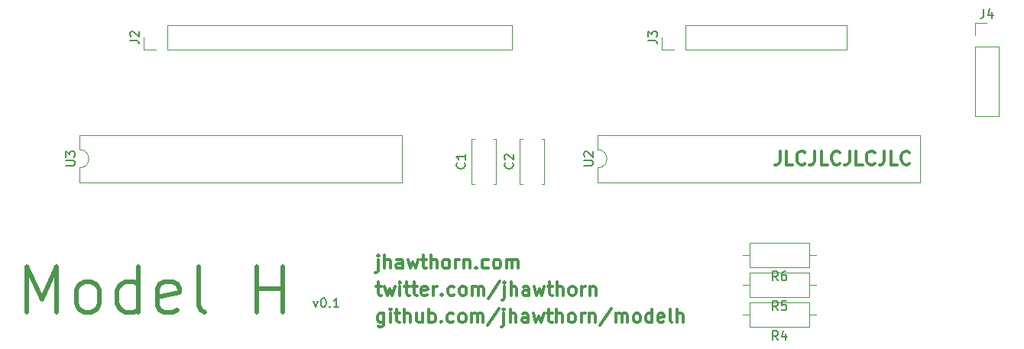
<source format=gbr>
G04 #@! TF.GenerationSoftware,KiCad,Pcbnew,(5.1.5-0-10_14)*
G04 #@! TF.CreationDate,2020-04-26T22:29:08-07:00*
G04 #@! TF.ProjectId,modelm,6d6f6465-6c6d-42e6-9b69-6361645f7063,v0.1*
G04 #@! TF.SameCoordinates,Original*
G04 #@! TF.FileFunction,Legend,Top*
G04 #@! TF.FilePolarity,Positive*
%FSLAX46Y46*%
G04 Gerber Fmt 4.6, Leading zero omitted, Abs format (unit mm)*
G04 Created by KiCad (PCBNEW (5.1.5-0-10_14)) date 2020-04-26 22:29:08*
%MOMM*%
%LPD*%
G04 APERTURE LIST*
%ADD10C,0.300000*%
%ADD11C,0.150000*%
%ADD12C,0.500000*%
%ADD13C,0.120000*%
G04 APERTURE END LIST*
D10*
X141322142Y-75668571D02*
X141322142Y-76954285D01*
X141250714Y-77097142D01*
X141107857Y-77168571D01*
X141036428Y-77168571D01*
X141322142Y-75168571D02*
X141250714Y-75240000D01*
X141322142Y-75311428D01*
X141393571Y-75240000D01*
X141322142Y-75168571D01*
X141322142Y-75311428D01*
X142036428Y-76668571D02*
X142036428Y-75168571D01*
X142679285Y-76668571D02*
X142679285Y-75882857D01*
X142607857Y-75740000D01*
X142465000Y-75668571D01*
X142250714Y-75668571D01*
X142107857Y-75740000D01*
X142036428Y-75811428D01*
X144036428Y-76668571D02*
X144036428Y-75882857D01*
X143965000Y-75740000D01*
X143822142Y-75668571D01*
X143536428Y-75668571D01*
X143393571Y-75740000D01*
X144036428Y-76597142D02*
X143893571Y-76668571D01*
X143536428Y-76668571D01*
X143393571Y-76597142D01*
X143322142Y-76454285D01*
X143322142Y-76311428D01*
X143393571Y-76168571D01*
X143536428Y-76097142D01*
X143893571Y-76097142D01*
X144036428Y-76025714D01*
X144607857Y-75668571D02*
X144893571Y-76668571D01*
X145179285Y-75954285D01*
X145465000Y-76668571D01*
X145750714Y-75668571D01*
X146107857Y-75668571D02*
X146679285Y-75668571D01*
X146322142Y-75168571D02*
X146322142Y-76454285D01*
X146393571Y-76597142D01*
X146536428Y-76668571D01*
X146679285Y-76668571D01*
X147179285Y-76668571D02*
X147179285Y-75168571D01*
X147822142Y-76668571D02*
X147822142Y-75882857D01*
X147750714Y-75740000D01*
X147607857Y-75668571D01*
X147393571Y-75668571D01*
X147250714Y-75740000D01*
X147179285Y-75811428D01*
X148750714Y-76668571D02*
X148607857Y-76597142D01*
X148536428Y-76525714D01*
X148465000Y-76382857D01*
X148465000Y-75954285D01*
X148536428Y-75811428D01*
X148607857Y-75740000D01*
X148750714Y-75668571D01*
X148965000Y-75668571D01*
X149107857Y-75740000D01*
X149179285Y-75811428D01*
X149250714Y-75954285D01*
X149250714Y-76382857D01*
X149179285Y-76525714D01*
X149107857Y-76597142D01*
X148965000Y-76668571D01*
X148750714Y-76668571D01*
X149893571Y-76668571D02*
X149893571Y-75668571D01*
X149893571Y-75954285D02*
X149965000Y-75811428D01*
X150036428Y-75740000D01*
X150179285Y-75668571D01*
X150322142Y-75668571D01*
X150822142Y-75668571D02*
X150822142Y-76668571D01*
X150822142Y-75811428D02*
X150893571Y-75740000D01*
X151036428Y-75668571D01*
X151250714Y-75668571D01*
X151393571Y-75740000D01*
X151465000Y-75882857D01*
X151465000Y-76668571D01*
X152179285Y-76525714D02*
X152250714Y-76597142D01*
X152179285Y-76668571D01*
X152107857Y-76597142D01*
X152179285Y-76525714D01*
X152179285Y-76668571D01*
X153536428Y-76597142D02*
X153393571Y-76668571D01*
X153107857Y-76668571D01*
X152965000Y-76597142D01*
X152893571Y-76525714D01*
X152822142Y-76382857D01*
X152822142Y-75954285D01*
X152893571Y-75811428D01*
X152965000Y-75740000D01*
X153107857Y-75668571D01*
X153393571Y-75668571D01*
X153536428Y-75740000D01*
X154393571Y-76668571D02*
X154250714Y-76597142D01*
X154179285Y-76525714D01*
X154107857Y-76382857D01*
X154107857Y-75954285D01*
X154179285Y-75811428D01*
X154250714Y-75740000D01*
X154393571Y-75668571D01*
X154607857Y-75668571D01*
X154750714Y-75740000D01*
X154822142Y-75811428D01*
X154893571Y-75954285D01*
X154893571Y-76382857D01*
X154822142Y-76525714D01*
X154750714Y-76597142D01*
X154607857Y-76668571D01*
X154393571Y-76668571D01*
X155536428Y-76668571D02*
X155536428Y-75668571D01*
X155536428Y-75811428D02*
X155607857Y-75740000D01*
X155750714Y-75668571D01*
X155965000Y-75668571D01*
X156107857Y-75740000D01*
X156179285Y-75882857D01*
X156179285Y-76668571D01*
X156179285Y-75882857D02*
X156250714Y-75740000D01*
X156393571Y-75668571D01*
X156607857Y-75668571D01*
X156750714Y-75740000D01*
X156822142Y-75882857D01*
X156822142Y-76668571D01*
X141107857Y-78668571D02*
X141679285Y-78668571D01*
X141322142Y-78168571D02*
X141322142Y-79454285D01*
X141393571Y-79597142D01*
X141536428Y-79668571D01*
X141679285Y-79668571D01*
X142036428Y-78668571D02*
X142322142Y-79668571D01*
X142607857Y-78954285D01*
X142893571Y-79668571D01*
X143179285Y-78668571D01*
X143750714Y-79668571D02*
X143750714Y-78668571D01*
X143750714Y-78168571D02*
X143679285Y-78240000D01*
X143750714Y-78311428D01*
X143822142Y-78240000D01*
X143750714Y-78168571D01*
X143750714Y-78311428D01*
X144250714Y-78668571D02*
X144822142Y-78668571D01*
X144465000Y-78168571D02*
X144465000Y-79454285D01*
X144536428Y-79597142D01*
X144679285Y-79668571D01*
X144822142Y-79668571D01*
X145107857Y-78668571D02*
X145679285Y-78668571D01*
X145322142Y-78168571D02*
X145322142Y-79454285D01*
X145393571Y-79597142D01*
X145536428Y-79668571D01*
X145679285Y-79668571D01*
X146750714Y-79597142D02*
X146607857Y-79668571D01*
X146322142Y-79668571D01*
X146179285Y-79597142D01*
X146107857Y-79454285D01*
X146107857Y-78882857D01*
X146179285Y-78740000D01*
X146322142Y-78668571D01*
X146607857Y-78668571D01*
X146750714Y-78740000D01*
X146822142Y-78882857D01*
X146822142Y-79025714D01*
X146107857Y-79168571D01*
X147465000Y-79668571D02*
X147465000Y-78668571D01*
X147465000Y-78954285D02*
X147536428Y-78811428D01*
X147607857Y-78740000D01*
X147750714Y-78668571D01*
X147893571Y-78668571D01*
X148393571Y-79525714D02*
X148465000Y-79597142D01*
X148393571Y-79668571D01*
X148322142Y-79597142D01*
X148393571Y-79525714D01*
X148393571Y-79668571D01*
X149750714Y-79597142D02*
X149607857Y-79668571D01*
X149322142Y-79668571D01*
X149179285Y-79597142D01*
X149107857Y-79525714D01*
X149036428Y-79382857D01*
X149036428Y-78954285D01*
X149107857Y-78811428D01*
X149179285Y-78740000D01*
X149322142Y-78668571D01*
X149607857Y-78668571D01*
X149750714Y-78740000D01*
X150607857Y-79668571D02*
X150465000Y-79597142D01*
X150393571Y-79525714D01*
X150322142Y-79382857D01*
X150322142Y-78954285D01*
X150393571Y-78811428D01*
X150465000Y-78740000D01*
X150607857Y-78668571D01*
X150822142Y-78668571D01*
X150965000Y-78740000D01*
X151036428Y-78811428D01*
X151107857Y-78954285D01*
X151107857Y-79382857D01*
X151036428Y-79525714D01*
X150965000Y-79597142D01*
X150822142Y-79668571D01*
X150607857Y-79668571D01*
X151750714Y-79668571D02*
X151750714Y-78668571D01*
X151750714Y-78811428D02*
X151822142Y-78740000D01*
X151965000Y-78668571D01*
X152179285Y-78668571D01*
X152322142Y-78740000D01*
X152393571Y-78882857D01*
X152393571Y-79668571D01*
X152393571Y-78882857D02*
X152465000Y-78740000D01*
X152607857Y-78668571D01*
X152822142Y-78668571D01*
X152965000Y-78740000D01*
X153036428Y-78882857D01*
X153036428Y-79668571D01*
X154822142Y-78097142D02*
X153536428Y-80025714D01*
X155322142Y-78668571D02*
X155322142Y-79954285D01*
X155250714Y-80097142D01*
X155107857Y-80168571D01*
X155036428Y-80168571D01*
X155322142Y-78168571D02*
X155250714Y-78240000D01*
X155322142Y-78311428D01*
X155393571Y-78240000D01*
X155322142Y-78168571D01*
X155322142Y-78311428D01*
X156036428Y-79668571D02*
X156036428Y-78168571D01*
X156679285Y-79668571D02*
X156679285Y-78882857D01*
X156607857Y-78740000D01*
X156465000Y-78668571D01*
X156250714Y-78668571D01*
X156107857Y-78740000D01*
X156036428Y-78811428D01*
X158036428Y-79668571D02*
X158036428Y-78882857D01*
X157965000Y-78740000D01*
X157822142Y-78668571D01*
X157536428Y-78668571D01*
X157393571Y-78740000D01*
X158036428Y-79597142D02*
X157893571Y-79668571D01*
X157536428Y-79668571D01*
X157393571Y-79597142D01*
X157322142Y-79454285D01*
X157322142Y-79311428D01*
X157393571Y-79168571D01*
X157536428Y-79097142D01*
X157893571Y-79097142D01*
X158036428Y-79025714D01*
X158607857Y-78668571D02*
X158893571Y-79668571D01*
X159179285Y-78954285D01*
X159465000Y-79668571D01*
X159750714Y-78668571D01*
X160107857Y-78668571D02*
X160679285Y-78668571D01*
X160322142Y-78168571D02*
X160322142Y-79454285D01*
X160393571Y-79597142D01*
X160536428Y-79668571D01*
X160679285Y-79668571D01*
X161179285Y-79668571D02*
X161179285Y-78168571D01*
X161822142Y-79668571D02*
X161822142Y-78882857D01*
X161750714Y-78740000D01*
X161607857Y-78668571D01*
X161393571Y-78668571D01*
X161250714Y-78740000D01*
X161179285Y-78811428D01*
X162750714Y-79668571D02*
X162607857Y-79597142D01*
X162536428Y-79525714D01*
X162465000Y-79382857D01*
X162465000Y-78954285D01*
X162536428Y-78811428D01*
X162607857Y-78740000D01*
X162750714Y-78668571D01*
X162965000Y-78668571D01*
X163107857Y-78740000D01*
X163179285Y-78811428D01*
X163250714Y-78954285D01*
X163250714Y-79382857D01*
X163179285Y-79525714D01*
X163107857Y-79597142D01*
X162965000Y-79668571D01*
X162750714Y-79668571D01*
X163893571Y-79668571D02*
X163893571Y-78668571D01*
X163893571Y-78954285D02*
X163965000Y-78811428D01*
X164036428Y-78740000D01*
X164179285Y-78668571D01*
X164322142Y-78668571D01*
X164822142Y-78668571D02*
X164822142Y-79668571D01*
X164822142Y-78811428D02*
X164893571Y-78740000D01*
X165036428Y-78668571D01*
X165250714Y-78668571D01*
X165393571Y-78740000D01*
X165465000Y-78882857D01*
X165465000Y-79668571D01*
X141965000Y-81668571D02*
X141965000Y-82882857D01*
X141893571Y-83025714D01*
X141822142Y-83097142D01*
X141679285Y-83168571D01*
X141465000Y-83168571D01*
X141322142Y-83097142D01*
X141965000Y-82597142D02*
X141822142Y-82668571D01*
X141536428Y-82668571D01*
X141393571Y-82597142D01*
X141322142Y-82525714D01*
X141250714Y-82382857D01*
X141250714Y-81954285D01*
X141322142Y-81811428D01*
X141393571Y-81740000D01*
X141536428Y-81668571D01*
X141822142Y-81668571D01*
X141965000Y-81740000D01*
X142679285Y-82668571D02*
X142679285Y-81668571D01*
X142679285Y-81168571D02*
X142607857Y-81240000D01*
X142679285Y-81311428D01*
X142750714Y-81240000D01*
X142679285Y-81168571D01*
X142679285Y-81311428D01*
X143179285Y-81668571D02*
X143750714Y-81668571D01*
X143393571Y-81168571D02*
X143393571Y-82454285D01*
X143465000Y-82597142D01*
X143607857Y-82668571D01*
X143750714Y-82668571D01*
X144250714Y-82668571D02*
X144250714Y-81168571D01*
X144893571Y-82668571D02*
X144893571Y-81882857D01*
X144822142Y-81740000D01*
X144679285Y-81668571D01*
X144465000Y-81668571D01*
X144322142Y-81740000D01*
X144250714Y-81811428D01*
X146250714Y-81668571D02*
X146250714Y-82668571D01*
X145607857Y-81668571D02*
X145607857Y-82454285D01*
X145679285Y-82597142D01*
X145822142Y-82668571D01*
X146036428Y-82668571D01*
X146179285Y-82597142D01*
X146250714Y-82525714D01*
X146965000Y-82668571D02*
X146965000Y-81168571D01*
X146965000Y-81740000D02*
X147107857Y-81668571D01*
X147393571Y-81668571D01*
X147536428Y-81740000D01*
X147607857Y-81811428D01*
X147679285Y-81954285D01*
X147679285Y-82382857D01*
X147607857Y-82525714D01*
X147536428Y-82597142D01*
X147393571Y-82668571D01*
X147107857Y-82668571D01*
X146965000Y-82597142D01*
X148322142Y-82525714D02*
X148393571Y-82597142D01*
X148322142Y-82668571D01*
X148250714Y-82597142D01*
X148322142Y-82525714D01*
X148322142Y-82668571D01*
X149679285Y-82597142D02*
X149536428Y-82668571D01*
X149250714Y-82668571D01*
X149107857Y-82597142D01*
X149036428Y-82525714D01*
X148965000Y-82382857D01*
X148965000Y-81954285D01*
X149036428Y-81811428D01*
X149107857Y-81740000D01*
X149250714Y-81668571D01*
X149536428Y-81668571D01*
X149679285Y-81740000D01*
X150536428Y-82668571D02*
X150393571Y-82597142D01*
X150322142Y-82525714D01*
X150250714Y-82382857D01*
X150250714Y-81954285D01*
X150322142Y-81811428D01*
X150393571Y-81740000D01*
X150536428Y-81668571D01*
X150750714Y-81668571D01*
X150893571Y-81740000D01*
X150965000Y-81811428D01*
X151036428Y-81954285D01*
X151036428Y-82382857D01*
X150965000Y-82525714D01*
X150893571Y-82597142D01*
X150750714Y-82668571D01*
X150536428Y-82668571D01*
X151679285Y-82668571D02*
X151679285Y-81668571D01*
X151679285Y-81811428D02*
X151750714Y-81740000D01*
X151893571Y-81668571D01*
X152107857Y-81668571D01*
X152250714Y-81740000D01*
X152322142Y-81882857D01*
X152322142Y-82668571D01*
X152322142Y-81882857D02*
X152393571Y-81740000D01*
X152536428Y-81668571D01*
X152750714Y-81668571D01*
X152893571Y-81740000D01*
X152965000Y-81882857D01*
X152965000Y-82668571D01*
X154750714Y-81097142D02*
X153465000Y-83025714D01*
X155250714Y-81668571D02*
X155250714Y-82954285D01*
X155179285Y-83097142D01*
X155036428Y-83168571D01*
X154965000Y-83168571D01*
X155250714Y-81168571D02*
X155179285Y-81240000D01*
X155250714Y-81311428D01*
X155322142Y-81240000D01*
X155250714Y-81168571D01*
X155250714Y-81311428D01*
X155965000Y-82668571D02*
X155965000Y-81168571D01*
X156607857Y-82668571D02*
X156607857Y-81882857D01*
X156536428Y-81740000D01*
X156393571Y-81668571D01*
X156179285Y-81668571D01*
X156036428Y-81740000D01*
X155965000Y-81811428D01*
X157965000Y-82668571D02*
X157965000Y-81882857D01*
X157893571Y-81740000D01*
X157750714Y-81668571D01*
X157465000Y-81668571D01*
X157322142Y-81740000D01*
X157965000Y-82597142D02*
X157822142Y-82668571D01*
X157465000Y-82668571D01*
X157322142Y-82597142D01*
X157250714Y-82454285D01*
X157250714Y-82311428D01*
X157322142Y-82168571D01*
X157465000Y-82097142D01*
X157822142Y-82097142D01*
X157965000Y-82025714D01*
X158536428Y-81668571D02*
X158822142Y-82668571D01*
X159107857Y-81954285D01*
X159393571Y-82668571D01*
X159679285Y-81668571D01*
X160036428Y-81668571D02*
X160607857Y-81668571D01*
X160250714Y-81168571D02*
X160250714Y-82454285D01*
X160322142Y-82597142D01*
X160465000Y-82668571D01*
X160607857Y-82668571D01*
X161107857Y-82668571D02*
X161107857Y-81168571D01*
X161750714Y-82668571D02*
X161750714Y-81882857D01*
X161679285Y-81740000D01*
X161536428Y-81668571D01*
X161322142Y-81668571D01*
X161179285Y-81740000D01*
X161107857Y-81811428D01*
X162679285Y-82668571D02*
X162536428Y-82597142D01*
X162465000Y-82525714D01*
X162393571Y-82382857D01*
X162393571Y-81954285D01*
X162465000Y-81811428D01*
X162536428Y-81740000D01*
X162679285Y-81668571D01*
X162893571Y-81668571D01*
X163036428Y-81740000D01*
X163107857Y-81811428D01*
X163179285Y-81954285D01*
X163179285Y-82382857D01*
X163107857Y-82525714D01*
X163036428Y-82597142D01*
X162893571Y-82668571D01*
X162679285Y-82668571D01*
X163822142Y-82668571D02*
X163822142Y-81668571D01*
X163822142Y-81954285D02*
X163893571Y-81811428D01*
X163965000Y-81740000D01*
X164107857Y-81668571D01*
X164250714Y-81668571D01*
X164750714Y-81668571D02*
X164750714Y-82668571D01*
X164750714Y-81811428D02*
X164822142Y-81740000D01*
X164965000Y-81668571D01*
X165179285Y-81668571D01*
X165322142Y-81740000D01*
X165393571Y-81882857D01*
X165393571Y-82668571D01*
X167179285Y-81097142D02*
X165893571Y-83025714D01*
X167679285Y-82668571D02*
X167679285Y-81668571D01*
X167679285Y-81811428D02*
X167750714Y-81740000D01*
X167893571Y-81668571D01*
X168107857Y-81668571D01*
X168250714Y-81740000D01*
X168322142Y-81882857D01*
X168322142Y-82668571D01*
X168322142Y-81882857D02*
X168393571Y-81740000D01*
X168536428Y-81668571D01*
X168750714Y-81668571D01*
X168893571Y-81740000D01*
X168965000Y-81882857D01*
X168965000Y-82668571D01*
X169893571Y-82668571D02*
X169750714Y-82597142D01*
X169679285Y-82525714D01*
X169607857Y-82382857D01*
X169607857Y-81954285D01*
X169679285Y-81811428D01*
X169750714Y-81740000D01*
X169893571Y-81668571D01*
X170107857Y-81668571D01*
X170250714Y-81740000D01*
X170322142Y-81811428D01*
X170393571Y-81954285D01*
X170393571Y-82382857D01*
X170322142Y-82525714D01*
X170250714Y-82597142D01*
X170107857Y-82668571D01*
X169893571Y-82668571D01*
X171679285Y-82668571D02*
X171679285Y-81168571D01*
X171679285Y-82597142D02*
X171536428Y-82668571D01*
X171250714Y-82668571D01*
X171107857Y-82597142D01*
X171036428Y-82525714D01*
X170965000Y-82382857D01*
X170965000Y-81954285D01*
X171036428Y-81811428D01*
X171107857Y-81740000D01*
X171250714Y-81668571D01*
X171536428Y-81668571D01*
X171679285Y-81740000D01*
X172965000Y-82597142D02*
X172822142Y-82668571D01*
X172536428Y-82668571D01*
X172393571Y-82597142D01*
X172322142Y-82454285D01*
X172322142Y-81882857D01*
X172393571Y-81740000D01*
X172536428Y-81668571D01*
X172822142Y-81668571D01*
X172965000Y-81740000D01*
X173036428Y-81882857D01*
X173036428Y-82025714D01*
X172322142Y-82168571D01*
X173893571Y-82668571D02*
X173750714Y-82597142D01*
X173679285Y-82454285D01*
X173679285Y-81168571D01*
X174465000Y-82668571D02*
X174465000Y-81168571D01*
X175107857Y-82668571D02*
X175107857Y-81882857D01*
X175036428Y-81740000D01*
X174893571Y-81668571D01*
X174679285Y-81668571D01*
X174536428Y-81740000D01*
X174465000Y-81811428D01*
D11*
X134171428Y-80295714D02*
X134409523Y-80962380D01*
X134647619Y-80295714D01*
X135219047Y-79962380D02*
X135314285Y-79962380D01*
X135409523Y-80010000D01*
X135457142Y-80057619D01*
X135504761Y-80152857D01*
X135552380Y-80343333D01*
X135552380Y-80581428D01*
X135504761Y-80771904D01*
X135457142Y-80867142D01*
X135409523Y-80914761D01*
X135314285Y-80962380D01*
X135219047Y-80962380D01*
X135123809Y-80914761D01*
X135076190Y-80867142D01*
X135028571Y-80771904D01*
X134980952Y-80581428D01*
X134980952Y-80343333D01*
X135028571Y-80152857D01*
X135076190Y-80057619D01*
X135123809Y-80010000D01*
X135219047Y-79962380D01*
X135980952Y-80867142D02*
X136028571Y-80914761D01*
X135980952Y-80962380D01*
X135933333Y-80914761D01*
X135980952Y-80867142D01*
X135980952Y-80962380D01*
X136980952Y-80962380D02*
X136409523Y-80962380D01*
X136695238Y-80962380D02*
X136695238Y-79962380D01*
X136600000Y-80105238D01*
X136504761Y-80200476D01*
X136409523Y-80248095D01*
D10*
X185841428Y-63668571D02*
X185841428Y-64740000D01*
X185770000Y-64954285D01*
X185627142Y-65097142D01*
X185412857Y-65168571D01*
X185270000Y-65168571D01*
X187270000Y-65168571D02*
X186555714Y-65168571D01*
X186555714Y-63668571D01*
X188627142Y-65025714D02*
X188555714Y-65097142D01*
X188341428Y-65168571D01*
X188198571Y-65168571D01*
X187984285Y-65097142D01*
X187841428Y-64954285D01*
X187770000Y-64811428D01*
X187698571Y-64525714D01*
X187698571Y-64311428D01*
X187770000Y-64025714D01*
X187841428Y-63882857D01*
X187984285Y-63740000D01*
X188198571Y-63668571D01*
X188341428Y-63668571D01*
X188555714Y-63740000D01*
X188627142Y-63811428D01*
X189698571Y-63668571D02*
X189698571Y-64740000D01*
X189627142Y-64954285D01*
X189484285Y-65097142D01*
X189270000Y-65168571D01*
X189127142Y-65168571D01*
X191127142Y-65168571D02*
X190412857Y-65168571D01*
X190412857Y-63668571D01*
X192484285Y-65025714D02*
X192412857Y-65097142D01*
X192198571Y-65168571D01*
X192055714Y-65168571D01*
X191841428Y-65097142D01*
X191698571Y-64954285D01*
X191627142Y-64811428D01*
X191555714Y-64525714D01*
X191555714Y-64311428D01*
X191627142Y-64025714D01*
X191698571Y-63882857D01*
X191841428Y-63740000D01*
X192055714Y-63668571D01*
X192198571Y-63668571D01*
X192412857Y-63740000D01*
X192484285Y-63811428D01*
X193555714Y-63668571D02*
X193555714Y-64740000D01*
X193484285Y-64954285D01*
X193341428Y-65097142D01*
X193127142Y-65168571D01*
X192984285Y-65168571D01*
X194984285Y-65168571D02*
X194270000Y-65168571D01*
X194270000Y-63668571D01*
X196341428Y-65025714D02*
X196270000Y-65097142D01*
X196055714Y-65168571D01*
X195912857Y-65168571D01*
X195698571Y-65097142D01*
X195555714Y-64954285D01*
X195484285Y-64811428D01*
X195412857Y-64525714D01*
X195412857Y-64311428D01*
X195484285Y-64025714D01*
X195555714Y-63882857D01*
X195698571Y-63740000D01*
X195912857Y-63668571D01*
X196055714Y-63668571D01*
X196270000Y-63740000D01*
X196341428Y-63811428D01*
X197412857Y-63668571D02*
X197412857Y-64740000D01*
X197341428Y-64954285D01*
X197198571Y-65097142D01*
X196984285Y-65168571D01*
X196841428Y-65168571D01*
X198841428Y-65168571D02*
X198127142Y-65168571D01*
X198127142Y-63668571D01*
X200198571Y-65025714D02*
X200127142Y-65097142D01*
X199912857Y-65168571D01*
X199770000Y-65168571D01*
X199555714Y-65097142D01*
X199412857Y-64954285D01*
X199341428Y-64811428D01*
X199270000Y-64525714D01*
X199270000Y-64311428D01*
X199341428Y-64025714D01*
X199412857Y-63882857D01*
X199555714Y-63740000D01*
X199770000Y-63668571D01*
X199912857Y-63668571D01*
X200127142Y-63740000D01*
X200198571Y-63811428D01*
D12*
X102383333Y-81501904D02*
X102383333Y-76501904D01*
X104050000Y-80073333D01*
X105716666Y-76501904D01*
X105716666Y-81501904D01*
X108811904Y-81501904D02*
X108335714Y-81263809D01*
X108097619Y-81025714D01*
X107859523Y-80549523D01*
X107859523Y-79120952D01*
X108097619Y-78644761D01*
X108335714Y-78406666D01*
X108811904Y-78168571D01*
X109526190Y-78168571D01*
X110002380Y-78406666D01*
X110240476Y-78644761D01*
X110478571Y-79120952D01*
X110478571Y-80549523D01*
X110240476Y-81025714D01*
X110002380Y-81263809D01*
X109526190Y-81501904D01*
X108811904Y-81501904D01*
X114764285Y-81501904D02*
X114764285Y-76501904D01*
X114764285Y-81263809D02*
X114288095Y-81501904D01*
X113335714Y-81501904D01*
X112859523Y-81263809D01*
X112621428Y-81025714D01*
X112383333Y-80549523D01*
X112383333Y-79120952D01*
X112621428Y-78644761D01*
X112859523Y-78406666D01*
X113335714Y-78168571D01*
X114288095Y-78168571D01*
X114764285Y-78406666D01*
X119050000Y-81263809D02*
X118573809Y-81501904D01*
X117621428Y-81501904D01*
X117145238Y-81263809D01*
X116907142Y-80787619D01*
X116907142Y-78882857D01*
X117145238Y-78406666D01*
X117621428Y-78168571D01*
X118573809Y-78168571D01*
X119050000Y-78406666D01*
X119288095Y-78882857D01*
X119288095Y-79359047D01*
X116907142Y-79835238D01*
X122145238Y-81501904D02*
X121669047Y-81263809D01*
X121430952Y-80787619D01*
X121430952Y-76501904D01*
X127859523Y-81501904D02*
X127859523Y-76501904D01*
X127859523Y-78882857D02*
X130716666Y-78882857D01*
X130716666Y-81501904D02*
X130716666Y-76501904D01*
D13*
X159421000Y-62340000D02*
X159736000Y-62340000D01*
X156996000Y-62340000D02*
X157311000Y-62340000D01*
X159421000Y-67280000D02*
X159736000Y-67280000D01*
X156996000Y-67280000D02*
X157311000Y-67280000D01*
X159736000Y-67280000D02*
X159736000Y-62340000D01*
X156996000Y-67280000D02*
X156996000Y-62340000D01*
X154087000Y-62340000D02*
X154402000Y-62340000D01*
X151662000Y-62340000D02*
X151977000Y-62340000D01*
X154087000Y-67280000D02*
X154402000Y-67280000D01*
X151662000Y-67280000D02*
X151977000Y-67280000D01*
X154402000Y-67280000D02*
X154402000Y-62340000D01*
X151662000Y-67280000D02*
X151662000Y-62340000D01*
X108268000Y-61866000D02*
X108268000Y-63516000D01*
X143948000Y-61866000D02*
X108268000Y-61866000D01*
X143948000Y-67166000D02*
X143948000Y-61866000D01*
X108268000Y-67166000D02*
X143948000Y-67166000D01*
X108268000Y-65516000D02*
X108268000Y-67166000D01*
X108268000Y-63516000D02*
G75*
G02X108268000Y-65516000I0J-1000000D01*
G01*
X165672000Y-61866000D02*
X165672000Y-63516000D01*
X201352000Y-61866000D02*
X165672000Y-61866000D01*
X201352000Y-67166000D02*
X201352000Y-61866000D01*
X165672000Y-67166000D02*
X201352000Y-67166000D01*
X165672000Y-65516000D02*
X165672000Y-67166000D01*
X165672000Y-63516000D02*
G75*
G02X165672000Y-65516000I0J-1000000D01*
G01*
X207440000Y-49470000D02*
X208770000Y-49470000D01*
X207440000Y-50800000D02*
X207440000Y-49470000D01*
X207440000Y-52070000D02*
X210100000Y-52070000D01*
X210100000Y-52070000D02*
X210100000Y-59750000D01*
X207440000Y-52070000D02*
X207440000Y-59750000D01*
X207440000Y-59750000D02*
X210100000Y-59750000D01*
X172784000Y-52384000D02*
X172784000Y-51054000D01*
X174114000Y-52384000D02*
X172784000Y-52384000D01*
X175384000Y-52384000D02*
X175384000Y-49724000D01*
X175384000Y-49724000D02*
X193224000Y-49724000D01*
X175384000Y-52384000D02*
X193224000Y-52384000D01*
X193224000Y-52384000D02*
X193224000Y-49724000D01*
X115380000Y-52384000D02*
X115380000Y-51054000D01*
X116710000Y-52384000D02*
X115380000Y-52384000D01*
X117980000Y-52384000D02*
X117980000Y-49724000D01*
X117980000Y-49724000D02*
X156140000Y-49724000D01*
X117980000Y-52384000D02*
X156140000Y-52384000D01*
X156140000Y-52384000D02*
X156140000Y-49724000D01*
X181758000Y-75184000D02*
X182528000Y-75184000D01*
X189838000Y-75184000D02*
X189068000Y-75184000D01*
X182528000Y-76554000D02*
X189068000Y-76554000D01*
X182528000Y-73814000D02*
X182528000Y-76554000D01*
X189068000Y-73814000D02*
X182528000Y-73814000D01*
X189068000Y-76554000D02*
X189068000Y-73814000D01*
X181758000Y-78486000D02*
X182528000Y-78486000D01*
X189838000Y-78486000D02*
X189068000Y-78486000D01*
X182528000Y-79856000D02*
X189068000Y-79856000D01*
X182528000Y-77116000D02*
X182528000Y-79856000D01*
X189068000Y-77116000D02*
X182528000Y-77116000D01*
X189068000Y-79856000D02*
X189068000Y-77116000D01*
X181758000Y-81788000D02*
X182528000Y-81788000D01*
X189838000Y-81788000D02*
X189068000Y-81788000D01*
X182528000Y-83158000D02*
X189068000Y-83158000D01*
X182528000Y-80418000D02*
X182528000Y-83158000D01*
X189068000Y-80418000D02*
X182528000Y-80418000D01*
X189068000Y-83158000D02*
X189068000Y-80418000D01*
D11*
X156223142Y-64976666D02*
X156270761Y-65024285D01*
X156318380Y-65167142D01*
X156318380Y-65262380D01*
X156270761Y-65405238D01*
X156175523Y-65500476D01*
X156080285Y-65548095D01*
X155889809Y-65595714D01*
X155746952Y-65595714D01*
X155556476Y-65548095D01*
X155461238Y-65500476D01*
X155366000Y-65405238D01*
X155318380Y-65262380D01*
X155318380Y-65167142D01*
X155366000Y-65024285D01*
X155413619Y-64976666D01*
X155413619Y-64595714D02*
X155366000Y-64548095D01*
X155318380Y-64452857D01*
X155318380Y-64214761D01*
X155366000Y-64119523D01*
X155413619Y-64071904D01*
X155508857Y-64024285D01*
X155604095Y-64024285D01*
X155746952Y-64071904D01*
X156318380Y-64643333D01*
X156318380Y-64024285D01*
X150889142Y-64976666D02*
X150936761Y-65024285D01*
X150984380Y-65167142D01*
X150984380Y-65262380D01*
X150936761Y-65405238D01*
X150841523Y-65500476D01*
X150746285Y-65548095D01*
X150555809Y-65595714D01*
X150412952Y-65595714D01*
X150222476Y-65548095D01*
X150127238Y-65500476D01*
X150032000Y-65405238D01*
X149984380Y-65262380D01*
X149984380Y-65167142D01*
X150032000Y-65024285D01*
X150079619Y-64976666D01*
X150984380Y-64024285D02*
X150984380Y-64595714D01*
X150984380Y-64310000D02*
X149984380Y-64310000D01*
X150127238Y-64405238D01*
X150222476Y-64500476D01*
X150270095Y-64595714D01*
X106720380Y-65277904D02*
X107529904Y-65277904D01*
X107625142Y-65230285D01*
X107672761Y-65182666D01*
X107720380Y-65087428D01*
X107720380Y-64896952D01*
X107672761Y-64801714D01*
X107625142Y-64754095D01*
X107529904Y-64706476D01*
X106720380Y-64706476D01*
X106720380Y-64325523D02*
X106720380Y-63706476D01*
X107101333Y-64039809D01*
X107101333Y-63896952D01*
X107148952Y-63801714D01*
X107196571Y-63754095D01*
X107291809Y-63706476D01*
X107529904Y-63706476D01*
X107625142Y-63754095D01*
X107672761Y-63801714D01*
X107720380Y-63896952D01*
X107720380Y-64182666D01*
X107672761Y-64277904D01*
X107625142Y-64325523D01*
X164124380Y-65277904D02*
X164933904Y-65277904D01*
X165029142Y-65230285D01*
X165076761Y-65182666D01*
X165124380Y-65087428D01*
X165124380Y-64896952D01*
X165076761Y-64801714D01*
X165029142Y-64754095D01*
X164933904Y-64706476D01*
X164124380Y-64706476D01*
X164219619Y-64277904D02*
X164172000Y-64230285D01*
X164124380Y-64135047D01*
X164124380Y-63896952D01*
X164172000Y-63801714D01*
X164219619Y-63754095D01*
X164314857Y-63706476D01*
X164410095Y-63706476D01*
X164552952Y-63754095D01*
X165124380Y-64325523D01*
X165124380Y-63706476D01*
X208436666Y-47922380D02*
X208436666Y-48636666D01*
X208389047Y-48779523D01*
X208293809Y-48874761D01*
X208150952Y-48922380D01*
X208055714Y-48922380D01*
X209341428Y-48255714D02*
X209341428Y-48922380D01*
X209103333Y-47874761D02*
X208865238Y-48589047D01*
X209484285Y-48589047D01*
X171236380Y-51387333D02*
X171950666Y-51387333D01*
X172093523Y-51434952D01*
X172188761Y-51530190D01*
X172236380Y-51673047D01*
X172236380Y-51768285D01*
X171236380Y-51006380D02*
X171236380Y-50387333D01*
X171617333Y-50720666D01*
X171617333Y-50577809D01*
X171664952Y-50482571D01*
X171712571Y-50434952D01*
X171807809Y-50387333D01*
X172045904Y-50387333D01*
X172141142Y-50434952D01*
X172188761Y-50482571D01*
X172236380Y-50577809D01*
X172236380Y-50863523D01*
X172188761Y-50958761D01*
X172141142Y-51006380D01*
X113832380Y-51387333D02*
X114546666Y-51387333D01*
X114689523Y-51434952D01*
X114784761Y-51530190D01*
X114832380Y-51673047D01*
X114832380Y-51768285D01*
X113927619Y-50958761D02*
X113880000Y-50911142D01*
X113832380Y-50815904D01*
X113832380Y-50577809D01*
X113880000Y-50482571D01*
X113927619Y-50434952D01*
X114022857Y-50387333D01*
X114118095Y-50387333D01*
X114260952Y-50434952D01*
X114832380Y-51006380D01*
X114832380Y-50387333D01*
X185631333Y-78006380D02*
X185298000Y-77530190D01*
X185059904Y-78006380D02*
X185059904Y-77006380D01*
X185440857Y-77006380D01*
X185536095Y-77054000D01*
X185583714Y-77101619D01*
X185631333Y-77196857D01*
X185631333Y-77339714D01*
X185583714Y-77434952D01*
X185536095Y-77482571D01*
X185440857Y-77530190D01*
X185059904Y-77530190D01*
X186488476Y-77006380D02*
X186298000Y-77006380D01*
X186202761Y-77054000D01*
X186155142Y-77101619D01*
X186059904Y-77244476D01*
X186012285Y-77434952D01*
X186012285Y-77815904D01*
X186059904Y-77911142D01*
X186107523Y-77958761D01*
X186202761Y-78006380D01*
X186393238Y-78006380D01*
X186488476Y-77958761D01*
X186536095Y-77911142D01*
X186583714Y-77815904D01*
X186583714Y-77577809D01*
X186536095Y-77482571D01*
X186488476Y-77434952D01*
X186393238Y-77387333D01*
X186202761Y-77387333D01*
X186107523Y-77434952D01*
X186059904Y-77482571D01*
X186012285Y-77577809D01*
X185631333Y-81308380D02*
X185298000Y-80832190D01*
X185059904Y-81308380D02*
X185059904Y-80308380D01*
X185440857Y-80308380D01*
X185536095Y-80356000D01*
X185583714Y-80403619D01*
X185631333Y-80498857D01*
X185631333Y-80641714D01*
X185583714Y-80736952D01*
X185536095Y-80784571D01*
X185440857Y-80832190D01*
X185059904Y-80832190D01*
X186536095Y-80308380D02*
X186059904Y-80308380D01*
X186012285Y-80784571D01*
X186059904Y-80736952D01*
X186155142Y-80689333D01*
X186393238Y-80689333D01*
X186488476Y-80736952D01*
X186536095Y-80784571D01*
X186583714Y-80879809D01*
X186583714Y-81117904D01*
X186536095Y-81213142D01*
X186488476Y-81260761D01*
X186393238Y-81308380D01*
X186155142Y-81308380D01*
X186059904Y-81260761D01*
X186012285Y-81213142D01*
X185631333Y-84610380D02*
X185298000Y-84134190D01*
X185059904Y-84610380D02*
X185059904Y-83610380D01*
X185440857Y-83610380D01*
X185536095Y-83658000D01*
X185583714Y-83705619D01*
X185631333Y-83800857D01*
X185631333Y-83943714D01*
X185583714Y-84038952D01*
X185536095Y-84086571D01*
X185440857Y-84134190D01*
X185059904Y-84134190D01*
X186488476Y-83943714D02*
X186488476Y-84610380D01*
X186250380Y-83562761D02*
X186012285Y-84277047D01*
X186631333Y-84277047D01*
M02*

</source>
